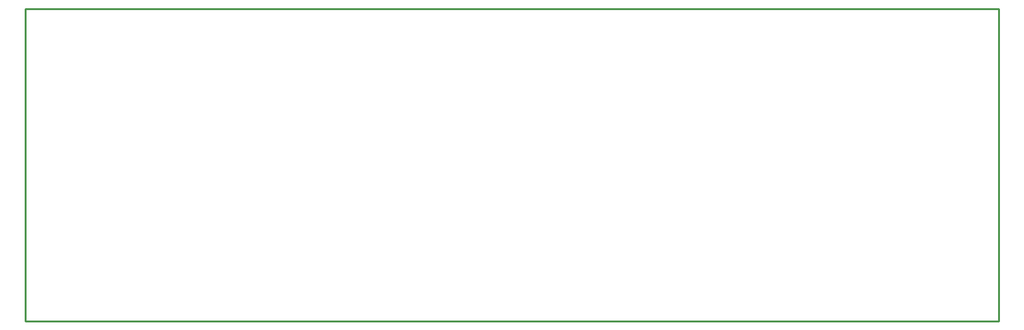
<source format=gm1>
G04*
G04 #@! TF.GenerationSoftware,Altium Limited,Altium Designer,21.1.1 (26)*
G04*
G04 Layer_Color=16711935*
%FSLAX25Y25*%
%MOIN*%
G70*
G04*
G04 #@! TF.SameCoordinates,BE8B2EE9-7010-4F0F-96DB-CACD0705D76A*
G04*
G04*
G04 #@! TF.FilePolarity,Positive*
G04*
G01*
G75*
%ADD15C,0.01000*%
D15*
X100000Y335000D02*
Y500000D01*
X613000D01*
X100000Y335000D02*
X613000D01*
Y500000D01*
M02*

</source>
